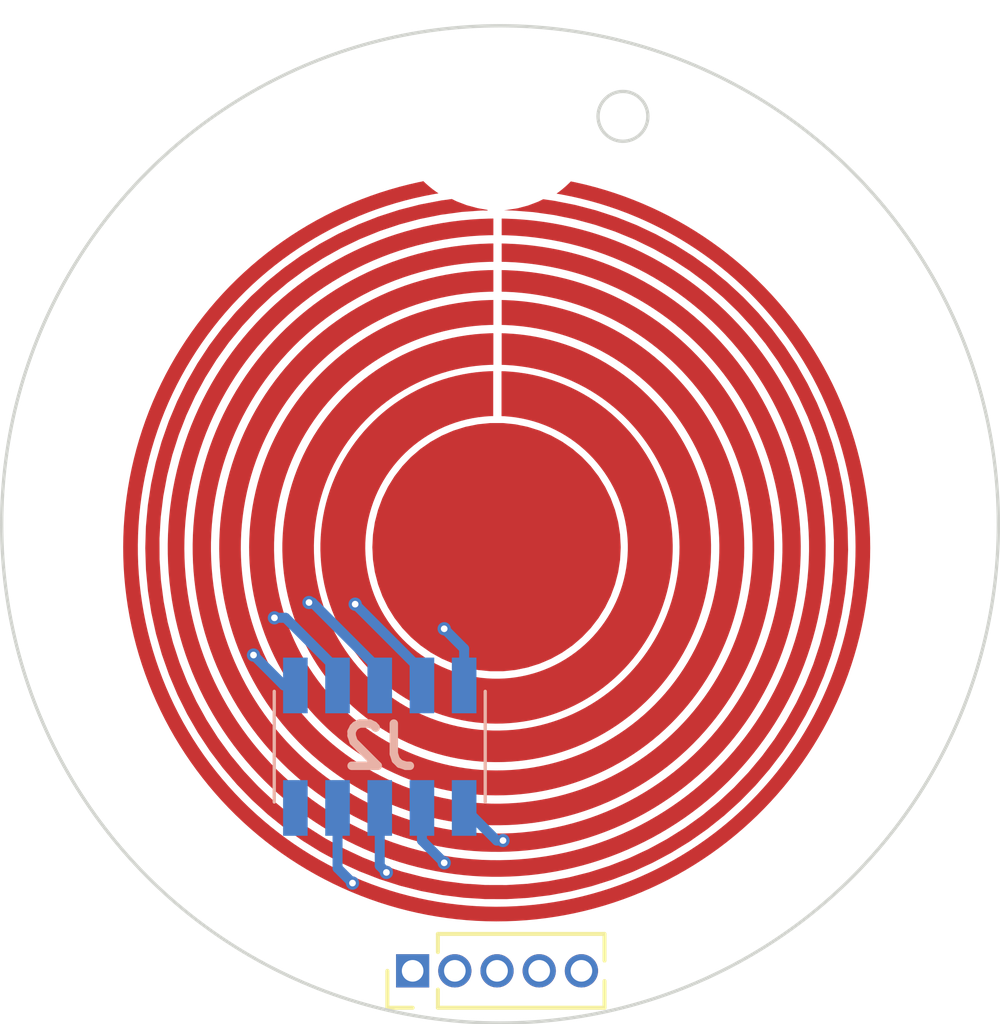
<source format=kicad_pcb>
(kicad_pcb (version 20240108) (generator "pcbnew") (generator_version "8.0")
  (layers (0 "F.Cu" signal) (31 "B.Cu" signal) (34 "B.Paste" user) (35 "F.Paste" user) (36 "B.SilkS" user "B.Silkscreen") (37 "F.SilkS" user "F.Silkscreen") (38 "B.Mask" user) (39 "F.Mask" user) (44 "Edge.Cuts" user))
  (net 0 "")
  (footprint "Connector_PinHeader_1.27mm:PinHeader_1x05_P1.27mm_Vertical" (layer "F.Cu") (at 36.444756 52.835003 90)
    (property "Reference" "J13" (hide yes))
    (property "Value" "Conn_01x05" (hide yes))
    (fp_line (start -1.11 -0.76) (end 0 -0.76) (stroke (width 0.12)) (layer "F.SilkS"))
    (fp_line (start -1.11 0) (end -1.11 -0.76) (stroke (width 0.12)) (layer "F.SilkS"))
    (fp_line (start 1.11 0.76) (end 1.11 5.775) (stroke (width 0.12)) (layer "F.SilkS"))
    (fp_line (start 0.563471 0.76) (end 1.11 0.76) (stroke (width 0.12)) (layer "F.SilkS"))
    (fp_line (start -1.11 0.76) (end -0.563471 0.76) (stroke (width 0.12)) (layer "F.SilkS"))
    (fp_line (start -1.11 0.76) (end -1.11 5.775) (stroke (width 0.12)) (layer "F.SilkS"))
    (fp_line (start 0.30753 5.775) (end 1.11 5.775) (stroke (width 0.12)) (layer "F.SilkS"))
    (fp_line (start -1.11 5.775) (end -0.30753 5.775) (stroke (width 0.12)) (layer "F.SilkS"))
    (pad "1" thru_hole rect (at 0 0 90) (size 1 1) (drill 0.65) (layers "*.Cu" "*.Mask"))
    (pad "2" thru_hole oval (at 0 1.27 90) (size 1 1) (drill 0.65) (layers "*.Cu" "*.Mask"))
    (pad "3" thru_hole oval (at 0 2.54 90) (size 1 1) (drill 0.65) (layers "*.Cu" "*.Mask"))
    (pad "4" thru_hole oval (at 0 3.81 90) (size 1 1) (drill 0.65) (layers "*.Cu" "*.Mask"))
    (pad "5" thru_hole oval (at 0 5.08 90) (size 1 1) (drill 0.65) (layers "*.Cu" "*.Mask"))
  )
  (footprint "MountingHole:MountingHole_3mm" (layer "F.Cu") (at 38.974756 26.905003)
    (property "Reference" "REF**" (hide yes))
    (property "Value" "MountingHole_3mm" (hide yes))
    (pad "" np_thru_hole circle (at 0 0) (size 3 3) (drill 3) (layers "*.Cu" "*.Mask"))
  )
  (footprint "FLE-105-01-G-DV-K-TR:FLE-105-01-X-DV-Y-TR" (layer "B.Cu") (at 35.454756 46.092503 180)
    (property "Reference" "J2" (at 0 0 0) (layer "B.SilkS") (effects (font (size 1.27 1.27) (thickness 0.254)) (justify mirror)))
    (property "Value" "Conn_01x10" (hide yes))
    (fp_line (start 3.175 -1.665) (end 3.175 1.665) (stroke (width 0.1)) (layer "B.SilkS"))
    (fp_line (start -3.175 1.665) (end -3.175 -1.665) (stroke (width 0.1)) (layer "B.SilkS"))
    (pad "1" smd rect (at -2.54 1.8425 180) (size 0.74 1.675) (layers "B.Cu" "B.Paste" "B.Mask"))
    (pad "2" smd rect (at -2.54 -1.8425 180) (size 0.74 1.675) (layers "B.Cu" "B.Paste" "B.Mask"))
    (pad "3" smd rect (at -1.27 1.8425 180) (size 0.74 1.675) (layers "B.Cu" "B.Paste" "B.Mask"))
    (pad "4" smd rect (at -1.27 -1.8425 180) (size 0.74 1.675) (layers "B.Cu" "B.Paste" "B.Mask"))
    (pad "5" smd rect (at 0 1.8425 180) (size 0.74 1.675) (layers "B.Cu" "B.Paste" "B.Mask"))
    (pad "6" smd rect (at 0 -1.8425 180) (size 0.74 1.675) (layers "B.Cu" "B.Paste" "B.Mask"))
    (pad "7" smd rect (at 1.27 1.8425 180) (size 0.74 1.675) (layers "B.Cu" "B.Paste" "B.Mask"))
    (pad "8" smd rect (at 1.27 -1.8425 180) (size 0.74 1.675) (layers "B.Cu" "B.Paste" "B.Mask"))
    (pad "9" smd rect (at 2.54 1.8425 180) (size 0.74 1.675) (layers "B.Cu" "B.Paste" "B.Mask"))
    (pad "10" smd rect (at 2.54 -1.8425 180) (size 0.74 1.675) (layers "B.Cu" "B.Paste" "B.Mask"))
  )
  (gr_poly (pts (arc (start 38.874745 32.654165) (mid 38.949758 47.55647) (end 39.124756 32.655004)) (arc (start 39.124756 33.405003) (mid 38.949789 46.806633) (end 38.874742 33.404071))) (fill solid) (layer "F.Cu"))
  (gr_poly (pts (arc (start 37.223423 29.446891) (mid 38.950087 50.906016) (end 40.774756 29.455003)) (arc (start 40.774756 29.455002) (mid 40.99931 29.280645) (end 41.207068 29.08658)) (arc (start 41.207068 29.08658) (mid 38.960716 51.347273) (end 36.769963 29.08104)) (arc (start 36.769963 29.08104) (mid 36.987318 29.275586) (end 37.223423 29.446891))) (fill solid) (layer "F.Cu"))
  (gr_poly (pts (arc (start 38.874745 32.404192) (mid 38.949788 47.806421) (end 39.124756 32.405003)) (arc (start 39.124756 31.755003) (mid 38.949758 48.456313) (end 38.874747 31.754255))) (fill solid) (layer "F.Cu"))
  (gr_poly (pts (xy 39.194756 29.955003) (xy 39.287187 29.944982) (xy 39.608761 29.894873) (xy 39.923275 29.811199) (xy 40.227238 29.694891) (xy 40.373175 29.622873) (xy 40.694959 29.668284) (xy 41.332683 29.793632) (xy 41.961505 29.957909) (xy 42.579052 30.160495) (xy 43.18299 30.400625) (xy 43.771041 30.677392) (xy 44.340984 30.989753) (xy 44.890668 31.336527) (xy 45.418017 31.716405) (xy 45.92104 32.127953) (xy 46.397839 32.569617) (xy 46.846612 33.039731) (xy 47.265667 33.536518) (xy 47.65342 34.058104) (xy 48.008408 34.602519) (xy 48.32929 35.167708) (xy 48.614856 35.751537) (xy 48.864027 36.351802) (xy 49.075862 36.966237) (xy 49.249562 37.592522) (xy 49.38447 38.228292) (xy 49.480078 38.871148) (xy 49.536025 39.518662) (xy 49.552099 40.168389) (xy 49.528239 40.817878) (xy 49.464536 41.464674) (xy 49.36123 42.106338) (xy 49.218712 42.740446) (xy 49.037519 43.364604) (xy 48.818335 43.976456) (xy 48.561988 44.573691) (xy 48.269446 45.154056) (xy 47.941812 45.715359) (xy 47.580325 46.25548) (xy 47.186349 46.772382) (xy 46.761371 47.264111) (xy 46.306995 47.728812) (xy 45.824937 48.164731) (xy 45.317018 48.57022) (xy 44.785154 48.943751) (xy 44.231354 49.283912) (xy 43.657708 49.589419) (xy 43.066382 49.859119) (xy 42.459609 50.091994) (xy 41.839679 50.287164) (xy 41.208934 50.443893) (xy 40.569753 50.561588) (xy 39.92455 50.639806) (xy 39.275762 50.678252) (xy 38.625837 50.676779) (xy 37.97723 50.635394) (xy 37.332389 50.554253) (xy 36.693748 50.433662) (xy 36.063719 50.274076) (xy 35.44468 50.076099) (xy 34.838968 49.840477) (xy 34.248871 49.5681) (xy 33.676615 49.259996) (xy 33.124362 48.917329) (xy 32.594197 48.541392) (xy 32.08812 48.133604) (xy 31.608043 47.695506) (xy 31.155778 47.22875) (xy 30.733032 46.7351) (xy 30.341403 46.216419) (xy 29.982367 45.674665) (xy 29.657281 45.111883) (xy 29.367371 44.530198) (xy 29.113734 43.931807) (xy 28.897325 43.318968) (xy 28.718962 42.693995) (xy 28.579319 42.059248) (xy 28.478922 41.417123) (xy 28.418151 40.770044) (xy 28.397235 40.120454) (xy 28.416253 39.470806) (xy 28.475133 38.823553) (xy 28.573654 38.181137) (xy 28.711442 37.545984) (xy 28.887978 36.920493) (xy 29.102595 36.307025) (xy 29.354484 35.707895) (xy 29.642693 35.125366) (xy 29.966133 34.561637) (xy 30.323585 34.018836) (xy 30.713697 33.499013) (xy 31.134999 33.00413) (xy 31.585898 32.536055) (xy 32.064693 32.096556) (xy 32.569576 31.687291) (xy 33.098641 31.309807) (xy 33.649891 30.965528) (xy 34.221244 30.655753) (xy 34.810543 30.381654) (xy 35.415564 30.144263) (xy 36.034022 29.944478) (xy 36.663582 29.783052) (xy 37.301868 29.660596) (xy 37.623854 29.616643) (xy 37.770557 29.68792) (xy 38.075376 29.804018) (xy 38.39028 29.889041) (xy 38.694756 29.945003) (xy 38.704756 29.965003) (xy 38.557106 29.959958) (xy 37.923405 30.005942) (xy 37.29382 30.091471) (xy 36.670818 30.21621) (xy 36.056837 30.379669) (xy 35.454281 30.58121) (xy 34.865511 30.820044) (xy 34.292831 31.095234) (xy 33.738484 31.405703) (xy 33.204641 31.750236) (xy 32.693391 32.127483) (xy 32.206737 32.535968) (xy 31.746585 32.974091) (xy 31.314735 33.440136) (xy 30.91288 33.932278) (xy 30.542593 34.448591) (xy 30.205323 34.987053) (xy 29.902391 35.545555) (xy 29.634984 36.12191) (xy 29.404149 36.713861) (xy 29.210788 37.319091) (xy 29.055661 37.93523) (xy 28.939373 38.559865) (xy 28.86238 39.190551) (xy 28.824984 39.824817) (xy 28.827332 40.46018) (xy 28.869413 41.094152) (xy 28.951064 41.724251) (xy 29.071964 42.34801) (xy 29.23164 42.962986) (xy 29.429468 43.566771) (xy 29.664671 44.157) (xy 29.93633 44.731364) (xy 30.24338 45.287612) (xy 30.584619 45.823567) (xy 30.958712 46.337129) (xy 31.364192 46.826289) (xy 31.799473 47.28913) (xy 32.262851 47.723841) (xy 32.752509 48.128719) (xy 33.266533 48.502178) (xy 33.802907 48.842757) (xy 34.359533 49.149122) (xy 34.934231 49.420073) (xy 35.52475 49.654549) (xy 36.128778 49.851632) (xy 36.74395 50.010551) (xy 37.367857 50.130682) (xy 37.998057 50.211557) (xy 38.63208 50.252857) (xy 39.267446 50.254422) (xy 39.901665 50.216245) (xy 40.532255 50.138475) (xy 41.156747 50.021418) (xy 41.772694 49.865531) (xy 42.377685 49.671425) (xy 42.969352 49.439861) (xy 43.545377 49.171744) (xy 44.103506 48.868124) (xy 44.641551 48.530191) (xy 45.157408 48.159268) (xy 45.649055 47.756807) (xy 46.114567 47.324384) (xy 46.552123 46.863692) (xy 46.960008 46.376536) (xy 47.336625 45.864822) (xy 47.6805 45.330554) (xy 47.990286 44.775825) (xy 48.264771 44.202807) (xy 48.502878 43.613743) (xy 48.703677 43.010939) (xy 48.86638 42.396757) (xy 48.990351 41.773602) (xy 49.075104 41.143912) (xy 49.120308 40.510155) (xy 49.125784 39.874811) (xy 49.091513 39.240369) (xy 49.017628 38.609312) (xy 48.904418 37.984112) (xy 48.752327 37.367216) (xy 48.56195 36.761041) (xy 48.334032 36.16796) (xy 48.069467 35.590294) (xy 47.76929 35.030307) (xy 47.434677 34.490191) (xy 47.066937 33.972061) (xy 46.66751 33.477945) (xy 46.237962 33.009779) (xy 45.779973 32.569395) (xy 45.295337 32.158518) (xy 44.785952 31.778757) (xy 44.253811 31.431599) (xy 43.701 31.118403) (xy 43.129683 30.840396) (xy 42.542096 30.598666) (xy 41.940541 30.394159) (xy 41.327372 30.227677) (xy 40.704992 30.099872) (xy 40.075836 30.011243) (xy 39.442369 29.962138)) (fill solid) (layer "F.Cu"))
  (gr_poly (pts (xy 39.124756 33.655003) (arc (start 39.124756 34.605003) (mid 38.94976 45.606991) (end 38.874735 34.603867)) (arc (start 38.874741 33.654035) (mid 38.949759 46.556698) (end 39.124756 33.655004))) (fill solid) (layer "F.Cu"))
  (gr_poly (pts (arc (start 38.874756 31.505003) (mid 38.94976 48.705548) (end 39.124743 31.50573)) (arc (start 39.124756 30.955003) (mid 38.949757 49.256198) (end 38.874749 30.95432))) (fill solid) (layer "F.Cu"))
  (gr_poly (pts (arc (start 38.874749 30.704339) (mid 38.949757 49.506165) (end 39.124756 30.705004)) (arc (start 39.124756 30.205003) (mid 38.949757 50.006108) (end 38.87475 30.204372))) (fill solid) (layer "F.Cu"))
  (gr_poly (pts (arc (start 38.870501 36.145926) (mid 38.945519 44.047111) (end 39.120441 36.147506)) (arc (start 39.120501 34.795925) (mid 38.945505 45.397988) (end 38.870479 34.794747)) (xy 38.870501 36.145925)) (fill solid) (layer "F.Cu"))
  (gr_poly (pts (xy 42.708278 40.089469) (xy 42.689098 39.711271) (xy 42.631755 39.336955) (xy 42.536837 38.97036) (xy 42.405318 38.615249) (xy 42.238548 38.275265) (xy 42.038238 37.953897) (xy 41.806443 37.654443) (xy 41.545543 37.379976) (xy 41.258214 37.133312) (xy 40.947404 36.916982) (xy 40.616303 36.733206) (xy 40.268309 36.58387) (xy 39.906992 36.470506) (xy 39.53606 36.394278) (xy 39.15932 36.355967) (xy 38.780636 36.355967) (xy 38.403896 36.394278) (xy 38.032964 36.470506) (xy 37.671647 36.58387) (xy 37.323653 36.733206) (xy 36.992552 36.916982) (xy 36.681742 37.133312) (xy 36.394413 37.379976) (xy 36.133513 37.654443) (xy 35.901718 37.953897) (xy 35.701408 38.275265) (xy 35.534638 38.615249) (xy 35.403119 38.97036) (xy 35.308201 39.336955) (xy 35.250858 39.711271) (xy 35.231678 40.089469) (xy 35.250858 40.467667) (xy 35.308201 40.841983) (xy 35.403119 41.208578) (xy 35.534638 41.563689) (xy 35.701408 41.903673) (xy 35.901718 42.225041) (xy 36.133513 42.524495) (xy 36.394413 42.798962) (xy 36.681742 43.045626) (xy 36.992552 43.261956) (xy 37.323653 43.445732) (xy 37.671647 43.595068) (xy 38.032964 43.708432) (xy 38.403896 43.78466) (xy 38.780636 43.822971) (xy 39.15932 43.822971) (xy 39.53606 43.78466) (xy 39.906992 43.708432) (xy 40.268309 43.595068) (xy 40.616303 43.445732) (xy 40.947404 43.261956) (xy 41.258214 43.045626) (xy 41.545543 42.798962) (xy 41.806443 42.524495) (xy 42.038238 42.225041) (xy 42.238548 41.903673) (xy 42.405318 41.563689) (xy 42.536837 41.208578) (xy 42.631755 40.841983) (xy 42.689098 40.467667) (xy 42.708278 40.089469)) (fill solid) (layer "F.Cu"))
  (gr_circle (center 39.074756 39.405003) (end 54.074756 39.405003) (stroke (width 0.1)) (fill none) (layer "Edge.Cuts"))
  (gr_circle (center 42.774756 27.130003) (end 43.524756 27.130003) (stroke (width 0.1)) (fill none) (layer "Edge.Cuts"))
  (via (at 35.654756 49.875003) (size 0.4) (drill 0.2) (layers "F.Cu" "B.Cu") (net 0))
  (via (at 39.164756 48.915003) (size 0.4) (drill 0.2) (layers "F.Cu" "B.Cu") (net 0))
  (via (at 37.394756 49.585003) (size 0.4) (drill 0.2) (layers "F.Cu" "B.Cu") (net 0))
  (via (at 33.324756 41.755003) (size 0.4) (drill 0.2) (layers "F.Cu" "B.Cu") (net 0))
  (via (at 34.634756 50.195003) (size 0.4) (drill 0.2) (layers "F.Cu" "B.Cu") (net 0))
  (via (at 32.284756 42.215003) (size 0.4) (drill 0.2) (layers "F.Cu" "B.Cu") (net 0))
  (via (at 31.654756 43.335003) (size 0.4) (drill 0.2) (layers "F.Cu" "B.Cu") (net 0))
  (via (at 37.394756 42.545003) (size 0.4) (drill 0.2) (layers "F.Cu" "B.Cu") (net 0))
  (via (at 34.714756 41.805003) (size 0.4) (drill 0.2) (layers "F.Cu" "B.Cu") (net 0))
  (segment (start 36.724756 47.935003) (end 36.724756 48.915003) (width 0.3) (layer "B.Cu") (net 0))
  (segment (start 37.994756 43.145003) (end 37.394756 42.545003) (width 0.3) (layer "B.Cu") (net 0))
  (segment (start 36.724756 48.915003) (end 37.394756 49.585003) (width 0.3) (layer "B.Cu") (net 0))
  (segment (start 32.617256 42.215003) (end 32.284756 42.215003) (width 0.3) (layer "B.Cu") (net 0))
  (segment (start 37.994756 47.935003) (end 38.974756 48.915003) (width 0.3) (layer "B.Cu") (net 0))
  (segment (start 34.184756 49.745003) (end 34.634756 50.195003) (width 0.3) (layer "B.Cu") (net 0))
  (segment (start 35.454756 43.782503) (end 33.427256 41.755003) (width 0.3) (layer "B.Cu") (net 0))
  (segment (start 36.724756 44.250003) (end 36.724756 43.815003) (width 0.3) (layer "B.Cu") (net 0))
  (segment (start 32.914756 44.250003) (end 32.569756 44.250003) (width 0.3) (layer "B.Cu") (net 0))
  (segment (start 34.184756 44.250003) (end 34.184756 43.782503) (width 0.3) (layer "B.Cu") (net 0))
  (segment (start 36.724756 43.815003) (end 34.714756 41.805003) (width 0.3) (layer "B.Cu") (net 0))
  (segment (start 33.427256 41.755003) (end 33.324756 41.755003) (width 0.3) (layer "B.Cu") (net 0))
  (segment (start 35.454756 44.250003) (end 35.454756 43.782503) (width 0.3) (layer "B.Cu") (net 0))
  (segment (start 35.454756 49.675003) (end 35.654756 49.875003) (width 0.3) (layer "B.Cu") (net 0))
  (segment (start 37.994756 44.250003) (end 37.994756 43.145003) (width 0.3) (layer "B.Cu") (net 0))
  (segment (start 34.184756 47.935003) (end 34.184756 49.745003) (width 0.3) (layer "B.Cu") (net 0))
  (segment (start 38.974756 48.915003) (end 39.164756 48.915003) (width 0.3) (layer "B.Cu") (net 0))
  (segment (start 35.454756 47.935003) (end 35.454756 49.675003) (width 0.3) (layer "B.Cu") (net 0))
  (segment (start 32.569756 44.250003) (end 31.654756 43.335003) (width 0.3) (layer "B.Cu") (net 0))
  (segment (start 34.184756 43.782503) (end 32.617256 42.215003) (width 0.3) (layer "B.Cu") (net 0))
)
</source>
